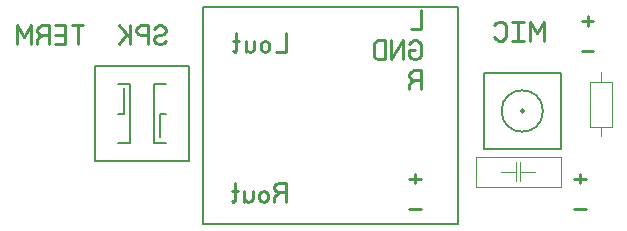
<source format=gbr>
%FSLAX34Y34*%
%MOMM*%
%LNSILK_TOP*%
G71*
G01*
%ADD10C, 0.200*%
%ADD11C, 0.286*%
%ADD12C, 0.100*%
%LPD*%
G54D10*
X-447450Y66500D02*
X-367450Y66500D01*
X-367450Y146500D01*
X-447450Y146500D01*
X-447450Y66500D01*
G54D10*
X-427450Y131500D02*
X-417450Y131500D01*
X-417450Y81500D01*
X-427450Y81500D01*
G54D10*
X-427450Y106500D02*
X-422450Y106500D01*
G54D10*
X-387450Y131500D02*
X-397450Y131500D01*
X-397450Y81500D01*
X-387450Y81500D01*
G54D10*
X-387450Y106500D02*
X-392450Y106500D01*
G54D10*
X-392450Y106500D02*
X-392450Y86500D01*
G54D10*
X-422450Y106500D02*
X-422450Y127775D01*
G54D10*
X-139700Y196850D02*
X-355600Y196850D01*
X-355600Y12700D01*
X-139700Y12700D01*
X-139700Y196850D01*
G54D11*
X-171450Y193800D02*
X-171450Y177800D01*
X-179850Y177800D01*
G54D11*
X-176250Y160400D02*
X-181050Y160400D01*
X-181050Y155400D01*
X-179850Y153400D01*
X-177450Y152400D01*
X-175050Y152400D01*
X-172650Y153400D01*
X-171450Y155400D01*
X-171450Y165400D01*
X-172650Y167400D01*
X-175050Y168400D01*
X-177450Y168400D01*
X-179850Y167400D01*
X-181050Y165400D01*
G54D11*
X-186650Y152400D02*
X-186650Y168400D01*
X-196250Y152400D01*
X-196250Y168400D01*
G54D11*
X-201850Y152400D02*
X-201850Y168400D01*
X-207850Y168400D01*
X-210250Y167400D01*
X-211450Y165400D01*
X-211450Y155400D01*
X-210250Y153400D01*
X-207850Y152400D01*
X-201850Y152400D01*
G54D11*
X-176250Y135000D02*
X-179850Y133000D01*
X-181050Y131000D01*
X-181050Y127000D01*
G54D11*
X-171450Y127000D02*
X-171450Y143000D01*
X-177450Y143000D01*
X-179850Y142000D01*
X-181050Y140000D01*
X-181050Y138000D01*
X-179850Y136000D01*
X-177450Y135000D01*
X-171450Y135000D01*
G54D11*
X-171450Y51450D02*
X-181050Y51450D01*
G54D11*
X-176250Y55450D02*
X-176250Y47450D01*
G54D11*
X-171450Y26050D02*
X-181050Y26050D01*
G54D11*
X-285750Y174750D02*
X-285750Y158750D01*
X-294150Y158750D01*
G54D11*
X-306950Y161150D02*
X-306950Y165150D01*
X-305750Y167150D01*
X-303350Y167750D01*
X-300950Y167150D01*
X-299750Y165150D01*
X-299750Y161150D01*
X-300950Y159150D01*
X-303350Y158750D01*
X-305750Y159150D01*
X-306950Y161150D01*
G54D11*
X-319750Y167750D02*
X-319750Y158750D01*
G54D11*
X-319750Y160750D02*
X-318550Y159150D01*
X-316150Y158750D01*
X-313750Y159150D01*
X-312550Y160750D01*
X-312550Y167750D01*
G54D11*
X-327750Y174750D02*
X-327750Y159750D01*
X-328950Y158750D01*
X-330150Y159150D01*
G54D11*
X-325350Y167750D02*
X-330150Y167750D01*
G54D11*
X-290550Y39750D02*
X-294150Y37750D01*
X-295350Y35750D01*
X-295350Y31750D01*
G54D11*
X-285750Y31750D02*
X-285750Y47750D01*
X-291750Y47750D01*
X-294150Y46750D01*
X-295350Y44750D01*
X-295350Y42750D01*
X-294150Y40750D01*
X-291750Y39750D01*
X-285750Y39750D01*
G54D11*
X-308150Y34150D02*
X-308150Y38150D01*
X-306950Y40150D01*
X-304550Y40750D01*
X-302150Y40150D01*
X-300950Y38150D01*
X-300950Y34150D01*
X-302150Y32150D01*
X-304550Y31750D01*
X-306950Y32150D01*
X-308150Y34150D01*
G54D11*
X-320950Y40750D02*
X-320950Y31750D01*
G54D11*
X-320950Y33750D02*
X-319750Y32150D01*
X-317350Y31750D01*
X-314950Y32150D01*
X-313750Y33750D01*
X-313750Y40750D01*
G54D11*
X-328950Y47750D02*
X-328950Y32750D01*
X-330150Y31750D01*
X-331350Y32150D01*
G54D11*
X-326550Y40750D02*
X-331350Y40750D01*
G54D11*
X-387350Y168099D02*
X-388550Y166099D01*
X-390950Y165099D01*
X-393350Y165099D01*
X-395750Y166099D01*
X-396950Y168099D01*
X-396950Y170099D01*
X-395750Y172099D01*
X-393350Y173099D01*
X-390950Y173099D01*
X-388550Y174099D01*
X-387350Y176099D01*
X-387350Y178099D01*
X-388550Y180099D01*
X-390950Y181099D01*
X-393350Y181099D01*
X-395750Y180099D01*
X-396950Y178099D01*
G54D11*
X-402550Y165099D02*
X-402550Y181099D01*
X-408550Y181099D01*
X-410950Y180099D01*
X-412150Y178099D01*
X-412150Y176099D01*
X-410950Y174099D01*
X-408550Y173099D01*
X-402550Y173099D01*
G54D11*
X-417750Y165099D02*
X-417750Y181099D01*
G54D11*
X-417750Y170099D02*
X-427350Y181099D01*
G54D11*
X-421350Y173099D02*
X-427350Y165099D01*
G54D11*
X-462000Y165100D02*
X-462000Y181100D01*
G54D11*
X-457200Y181100D02*
X-466800Y181100D01*
G54D11*
X-480800Y165100D02*
X-472400Y165100D01*
X-472400Y181100D01*
X-480800Y181100D01*
G54D11*
X-472400Y173100D02*
X-480800Y173100D01*
G54D11*
X-491200Y173100D02*
X-494800Y171100D01*
X-496000Y169100D01*
X-496000Y165100D01*
G54D11*
X-486400Y165100D02*
X-486400Y181100D01*
X-492400Y181100D01*
X-494800Y180100D01*
X-496000Y178100D01*
X-496000Y176100D01*
X-494800Y174100D01*
X-492400Y173100D01*
X-486400Y173100D01*
G54D11*
X-501600Y165100D02*
X-501600Y181100D01*
X-507600Y171100D01*
X-513600Y181100D01*
X-513600Y165100D01*
G54D11*
X-31750Y51450D02*
X-41350Y51450D01*
G54D11*
X-36550Y55450D02*
X-36550Y47450D01*
G54D11*
X-31750Y26050D02*
X-41350Y26050D01*
G54D11*
X-66676Y168275D02*
X-66676Y184275D01*
X-72676Y174275D01*
X-78676Y184275D01*
X-78676Y168275D01*
G54D11*
X-84276Y168275D02*
X-93876Y168275D01*
G54D11*
X-89076Y168275D02*
X-89076Y184275D01*
G54D11*
X-84276Y184275D02*
X-93876Y184275D01*
G54D11*
X-109076Y171275D02*
X-107876Y169275D01*
X-105476Y168275D01*
X-103076Y168275D01*
X-100676Y169275D01*
X-99476Y171275D01*
X-99476Y181275D01*
X-100676Y183275D01*
X-103076Y184275D01*
X-105476Y184275D01*
X-107876Y183275D01*
X-109076Y181275D01*
G54D12*
X-9550Y133300D02*
X-28550Y133300D01*
X-28550Y95300D01*
X-9550Y95300D01*
X-9550Y133300D01*
G54D12*
X-19050Y133400D02*
X-19050Y141300D01*
G54D12*
X-19050Y95300D02*
X-19050Y87400D01*
G54D10*
X-118000Y76150D02*
X-53000Y76150D01*
X-53000Y141150D01*
X-118000Y141150D01*
X-118000Y76150D01*
G54D10*
G75*
G01X-103000Y108650D02*
G03X-103000Y108650I17500J0D01*
G01*
G54D10*
G75*
G01X-87000Y108650D02*
G03X-87000Y108650I1500J0D01*
G01*
G54D12*
X-53100Y69850D02*
X-53100Y44450D01*
X-124700Y44450D01*
X-124700Y69850D01*
X-53100Y69850D01*
G54D12*
X-87300Y65150D02*
X-87300Y49150D01*
G54D12*
X-90500Y65150D02*
X-90500Y49150D01*
G54D12*
X-74600Y57150D02*
X-87300Y57150D01*
G54D12*
X-90500Y57150D02*
X-103200Y57150D01*
G54D11*
X-25401Y184800D02*
X-35001Y184800D01*
G54D11*
X-30201Y188800D02*
X-30201Y180800D01*
G54D11*
X-25401Y159400D02*
X-35001Y159400D01*
M02*

</source>
